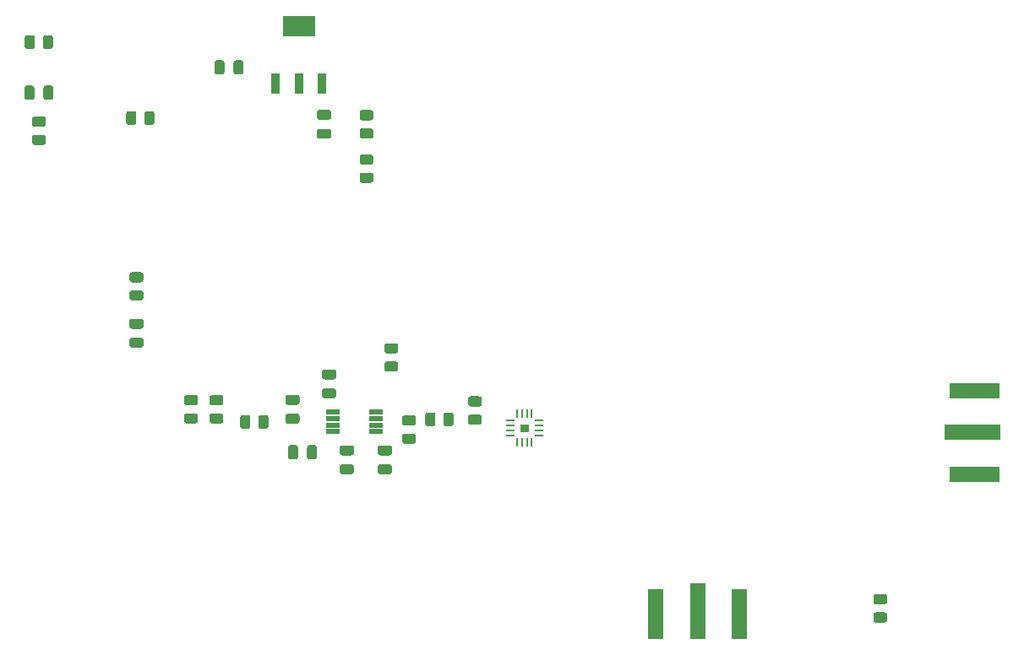
<source format=gbr>
%TF.GenerationSoftware,KiCad,Pcbnew,(5.1.8)-1*%
%TF.CreationDate,2021-03-17T23:27:18-07:00*%
%TF.ProjectId,coffee-vivaldi-tx,636f6666-6565-42d7-9669-76616c64692d,rev?*%
%TF.SameCoordinates,Original*%
%TF.FileFunction,Paste,Top*%
%TF.FilePolarity,Positive*%
%FSLAX46Y46*%
G04 Gerber Fmt 4.6, Leading zero omitted, Abs format (unit mm)*
G04 Created by KiCad (PCBNEW (5.1.8)-1) date 2021-03-17 23:27:18*
%MOMM*%
%LPD*%
G01*
G04 APERTURE LIST*
%ADD10C,0.010000*%
%ADD11R,1.420000X0.470000*%
%ADD12R,0.840000X0.270000*%
%ADD13R,0.270000X0.840000*%
%ADD14R,1.600000X2.500000*%
%ADD15R,1.500000X5.600000*%
%ADD16R,2.500000X1.600000*%
%ADD17R,5.600000X1.500000*%
%ADD18R,0.950000X2.150000*%
%ADD19R,3.250000X2.150000*%
G04 APERTURE END LIST*
D10*
%TO.C,U2*%
G36*
X163861000Y-106711000D02*
G01*
X164561000Y-106711000D01*
X164561000Y-107411000D01*
X163861000Y-107411000D01*
X163861000Y-106711000D01*
G37*
X163861000Y-106711000D02*
X164561000Y-106711000D01*
X164561000Y-107411000D01*
X163861000Y-107411000D01*
X163861000Y-106711000D01*
%TD*%
%TO.C,C1*%
G36*
G01*
X140495000Y-103706000D02*
X141445000Y-103706000D01*
G75*
G02*
X141695000Y-103956000I0J-250000D01*
G01*
X141695000Y-104456000D01*
G75*
G02*
X141445000Y-104706000I-250000J0D01*
G01*
X140495000Y-104706000D01*
G75*
G02*
X140245000Y-104456000I0J250000D01*
G01*
X140245000Y-103956000D01*
G75*
G02*
X140495000Y-103706000I250000J0D01*
G01*
G37*
G36*
G01*
X140495000Y-105606000D02*
X141445000Y-105606000D01*
G75*
G02*
X141695000Y-105856000I0J-250000D01*
G01*
X141695000Y-106356000D01*
G75*
G02*
X141445000Y-106606000I-250000J0D01*
G01*
X140495000Y-106606000D01*
G75*
G02*
X140245000Y-106356000I0J250000D01*
G01*
X140245000Y-105856000D01*
G75*
G02*
X140495000Y-105606000I250000J0D01*
G01*
G37*
%TD*%
%TO.C,C2*%
G36*
G01*
X136070000Y-70391000D02*
X136070000Y-71341000D01*
G75*
G02*
X135820000Y-71591000I-250000J0D01*
G01*
X135320000Y-71591000D01*
G75*
G02*
X135070000Y-71341000I0J250000D01*
G01*
X135070000Y-70391000D01*
G75*
G02*
X135320000Y-70141000I250000J0D01*
G01*
X135820000Y-70141000D01*
G75*
G02*
X136070000Y-70391000I0J-250000D01*
G01*
G37*
G36*
G01*
X134170000Y-70391000D02*
X134170000Y-71341000D01*
G75*
G02*
X133920000Y-71591000I-250000J0D01*
G01*
X133420000Y-71591000D01*
G75*
G02*
X133170000Y-71341000I0J250000D01*
G01*
X133170000Y-70391000D01*
G75*
G02*
X133420000Y-70141000I250000J0D01*
G01*
X133920000Y-70141000D01*
G75*
G02*
X134170000Y-70391000I0J-250000D01*
G01*
G37*
%TD*%
%TO.C,C3*%
G36*
G01*
X143670000Y-75131000D02*
X144620000Y-75131000D01*
G75*
G02*
X144870000Y-75381000I0J-250000D01*
G01*
X144870000Y-75881000D01*
G75*
G02*
X144620000Y-76131000I-250000J0D01*
G01*
X143670000Y-76131000D01*
G75*
G02*
X143420000Y-75881000I0J250000D01*
G01*
X143420000Y-75381000D01*
G75*
G02*
X143670000Y-75131000I250000J0D01*
G01*
G37*
G36*
G01*
X143670000Y-77031000D02*
X144620000Y-77031000D01*
G75*
G02*
X144870000Y-77281000I0J-250000D01*
G01*
X144870000Y-77781000D01*
G75*
G02*
X144620000Y-78031000I-250000J0D01*
G01*
X143670000Y-78031000D01*
G75*
G02*
X143420000Y-77781000I0J250000D01*
G01*
X143420000Y-77281000D01*
G75*
G02*
X143670000Y-77031000I250000J0D01*
G01*
G37*
%TD*%
%TO.C,C4*%
G36*
G01*
X142436000Y-109949000D02*
X142436000Y-108999000D01*
G75*
G02*
X142686000Y-108749000I250000J0D01*
G01*
X143186000Y-108749000D01*
G75*
G02*
X143436000Y-108999000I0J-250000D01*
G01*
X143436000Y-109949000D01*
G75*
G02*
X143186000Y-110199000I-250000J0D01*
G01*
X142686000Y-110199000D01*
G75*
G02*
X142436000Y-109949000I0J250000D01*
G01*
G37*
G36*
G01*
X140536000Y-109949000D02*
X140536000Y-108999000D01*
G75*
G02*
X140786000Y-108749000I250000J0D01*
G01*
X141286000Y-108749000D01*
G75*
G02*
X141536000Y-108999000I0J-250000D01*
G01*
X141536000Y-109949000D01*
G75*
G02*
X141286000Y-110199000I-250000J0D01*
G01*
X140786000Y-110199000D01*
G75*
G02*
X140536000Y-109949000I0J250000D01*
G01*
G37*
%TD*%
%TO.C,C6*%
G36*
G01*
X145128000Y-102166000D02*
X144178000Y-102166000D01*
G75*
G02*
X143928000Y-101916000I0J250000D01*
G01*
X143928000Y-101416000D01*
G75*
G02*
X144178000Y-101166000I250000J0D01*
G01*
X145128000Y-101166000D01*
G75*
G02*
X145378000Y-101416000I0J-250000D01*
G01*
X145378000Y-101916000D01*
G75*
G02*
X145128000Y-102166000I-250000J0D01*
G01*
G37*
G36*
G01*
X145128000Y-104066000D02*
X144178000Y-104066000D01*
G75*
G02*
X143928000Y-103816000I0J250000D01*
G01*
X143928000Y-103316000D01*
G75*
G02*
X144178000Y-103066000I250000J0D01*
G01*
X145128000Y-103066000D01*
G75*
G02*
X145378000Y-103316000I0J-250000D01*
G01*
X145378000Y-103816000D01*
G75*
G02*
X145128000Y-104066000I-250000J0D01*
G01*
G37*
%TD*%
%TO.C,C9*%
G36*
G01*
X124874000Y-96086000D02*
X125824000Y-96086000D01*
G75*
G02*
X126074000Y-96336000I0J-250000D01*
G01*
X126074000Y-96836000D01*
G75*
G02*
X125824000Y-97086000I-250000J0D01*
G01*
X124874000Y-97086000D01*
G75*
G02*
X124624000Y-96836000I0J250000D01*
G01*
X124624000Y-96336000D01*
G75*
G02*
X124874000Y-96086000I250000J0D01*
G01*
G37*
G36*
G01*
X124874000Y-97986000D02*
X125824000Y-97986000D01*
G75*
G02*
X126074000Y-98236000I0J-250000D01*
G01*
X126074000Y-98736000D01*
G75*
G02*
X125824000Y-98986000I-250000J0D01*
G01*
X124874000Y-98986000D01*
G75*
G02*
X124624000Y-98736000I0J250000D01*
G01*
X124624000Y-98236000D01*
G75*
G02*
X124874000Y-97986000I250000J0D01*
G01*
G37*
%TD*%
%TO.C,C10*%
G36*
G01*
X115120000Y-72931000D02*
X115120000Y-73881000D01*
G75*
G02*
X114870000Y-74131000I-250000J0D01*
G01*
X114370000Y-74131000D01*
G75*
G02*
X114120000Y-73881000I0J250000D01*
G01*
X114120000Y-72931000D01*
G75*
G02*
X114370000Y-72681000I250000J0D01*
G01*
X114870000Y-72681000D01*
G75*
G02*
X115120000Y-72931000I0J-250000D01*
G01*
G37*
G36*
G01*
X117020000Y-72931000D02*
X117020000Y-73881000D01*
G75*
G02*
X116770000Y-74131000I-250000J0D01*
G01*
X116270000Y-74131000D01*
G75*
G02*
X116020000Y-73881000I0J250000D01*
G01*
X116020000Y-72931000D01*
G75*
G02*
X116270000Y-72681000I250000J0D01*
G01*
X116770000Y-72681000D01*
G75*
G02*
X117020000Y-72931000I0J-250000D01*
G01*
G37*
%TD*%
%TO.C,C11*%
G36*
G01*
X150716000Y-111686000D02*
X149766000Y-111686000D01*
G75*
G02*
X149516000Y-111436000I0J250000D01*
G01*
X149516000Y-110936000D01*
G75*
G02*
X149766000Y-110686000I250000J0D01*
G01*
X150716000Y-110686000D01*
G75*
G02*
X150966000Y-110936000I0J-250000D01*
G01*
X150966000Y-111436000D01*
G75*
G02*
X150716000Y-111686000I-250000J0D01*
G01*
G37*
G36*
G01*
X150716000Y-109786000D02*
X149766000Y-109786000D01*
G75*
G02*
X149516000Y-109536000I0J250000D01*
G01*
X149516000Y-109036000D01*
G75*
G02*
X149766000Y-108786000I250000J0D01*
G01*
X150716000Y-108786000D01*
G75*
G02*
X150966000Y-109036000I0J-250000D01*
G01*
X150966000Y-109536000D01*
G75*
G02*
X150716000Y-109786000I-250000J0D01*
G01*
G37*
%TD*%
%TO.C,C12*%
G36*
G01*
X146906000Y-109786000D02*
X145956000Y-109786000D01*
G75*
G02*
X145706000Y-109536000I0J250000D01*
G01*
X145706000Y-109036000D01*
G75*
G02*
X145956000Y-108786000I250000J0D01*
G01*
X146906000Y-108786000D01*
G75*
G02*
X147156000Y-109036000I0J-250000D01*
G01*
X147156000Y-109536000D01*
G75*
G02*
X146906000Y-109786000I-250000J0D01*
G01*
G37*
G36*
G01*
X146906000Y-111686000D02*
X145956000Y-111686000D01*
G75*
G02*
X145706000Y-111436000I0J250000D01*
G01*
X145706000Y-110936000D01*
G75*
G02*
X145956000Y-110686000I250000J0D01*
G01*
X146906000Y-110686000D01*
G75*
G02*
X147156000Y-110936000I0J-250000D01*
G01*
X147156000Y-111436000D01*
G75*
G02*
X146906000Y-111686000I-250000J0D01*
G01*
G37*
%TD*%
%TO.C,R1*%
G36*
G01*
X114145000Y-68776002D02*
X114145000Y-67875998D01*
G75*
G02*
X114394998Y-67626000I249998J0D01*
G01*
X114920002Y-67626000D01*
G75*
G02*
X115170000Y-67875998I0J-249998D01*
G01*
X115170000Y-68776002D01*
G75*
G02*
X114920002Y-69026000I-249998J0D01*
G01*
X114394998Y-69026000D01*
G75*
G02*
X114145000Y-68776002I0J249998D01*
G01*
G37*
G36*
G01*
X115970000Y-68776002D02*
X115970000Y-67875998D01*
G75*
G02*
X116219998Y-67626000I249998J0D01*
G01*
X116745002Y-67626000D01*
G75*
G02*
X116995000Y-67875998I0J-249998D01*
G01*
X116995000Y-68776002D01*
G75*
G02*
X116745002Y-69026000I-249998J0D01*
G01*
X116219998Y-69026000D01*
G75*
G02*
X115970000Y-68776002I0J249998D01*
G01*
G37*
%TD*%
%TO.C,R3*%
G36*
G01*
X135735000Y-106876002D02*
X135735000Y-105975998D01*
G75*
G02*
X135984998Y-105726000I249998J0D01*
G01*
X136510002Y-105726000D01*
G75*
G02*
X136760000Y-105975998I0J-249998D01*
G01*
X136760000Y-106876002D01*
G75*
G02*
X136510002Y-107126000I-249998J0D01*
G01*
X135984998Y-107126000D01*
G75*
G02*
X135735000Y-106876002I0J249998D01*
G01*
G37*
G36*
G01*
X137560000Y-106876002D02*
X137560000Y-105975998D01*
G75*
G02*
X137809998Y-105726000I249998J0D01*
G01*
X138335002Y-105726000D01*
G75*
G02*
X138585000Y-105975998I0J-249998D01*
G01*
X138585000Y-106876002D01*
G75*
G02*
X138335002Y-107126000I-249998J0D01*
G01*
X137809998Y-107126000D01*
G75*
G02*
X137560000Y-106876002I0J249998D01*
G01*
G37*
%TD*%
%TO.C,R4*%
G36*
G01*
X150436915Y-100354458D02*
X151336919Y-100354458D01*
G75*
G02*
X151586917Y-100604456I0J-249998D01*
G01*
X151586917Y-101129460D01*
G75*
G02*
X151336919Y-101379458I-249998J0D01*
G01*
X150436915Y-101379458D01*
G75*
G02*
X150186917Y-101129460I0J249998D01*
G01*
X150186917Y-100604456D01*
G75*
G02*
X150436915Y-100354458I249998J0D01*
G01*
G37*
G36*
G01*
X150436915Y-98529458D02*
X151336919Y-98529458D01*
G75*
G02*
X151586917Y-98779456I0J-249998D01*
G01*
X151586917Y-99304460D01*
G75*
G02*
X151336919Y-99554458I-249998J0D01*
G01*
X150436915Y-99554458D01*
G75*
G02*
X150186917Y-99304460I0J249998D01*
G01*
X150186917Y-98779456D01*
G75*
G02*
X150436915Y-98529458I249998J0D01*
G01*
G37*
%TD*%
%TO.C,R5*%
G36*
G01*
X148847526Y-78006000D02*
X147947522Y-78006000D01*
G75*
G02*
X147697524Y-77756002I0J249998D01*
G01*
X147697524Y-77230998D01*
G75*
G02*
X147947522Y-76981000I249998J0D01*
G01*
X148847526Y-76981000D01*
G75*
G02*
X149097524Y-77230998I0J-249998D01*
G01*
X149097524Y-77756002D01*
G75*
G02*
X148847526Y-78006000I-249998J0D01*
G01*
G37*
G36*
G01*
X148847526Y-76181000D02*
X147947522Y-76181000D01*
G75*
G02*
X147697524Y-75931002I0J249998D01*
G01*
X147697524Y-75405998D01*
G75*
G02*
X147947522Y-75156000I249998J0D01*
G01*
X148847526Y-75156000D01*
G75*
G02*
X149097524Y-75405998I0J-249998D01*
G01*
X149097524Y-75931002D01*
G75*
G02*
X148847526Y-76181000I-249998J0D01*
G01*
G37*
%TD*%
%TO.C,R6*%
G36*
G01*
X148847526Y-82451000D02*
X147947522Y-82451000D01*
G75*
G02*
X147697524Y-82201002I0J249998D01*
G01*
X147697524Y-81675998D01*
G75*
G02*
X147947522Y-81426000I249998J0D01*
G01*
X148847526Y-81426000D01*
G75*
G02*
X149097524Y-81675998I0J-249998D01*
G01*
X149097524Y-82201002D01*
G75*
G02*
X148847526Y-82451000I-249998J0D01*
G01*
G37*
G36*
G01*
X148847526Y-80626000D02*
X147947522Y-80626000D01*
G75*
G02*
X147697524Y-80376002I0J249998D01*
G01*
X147697524Y-79850998D01*
G75*
G02*
X147947522Y-79601000I249998J0D01*
G01*
X148847526Y-79601000D01*
G75*
G02*
X149097524Y-79850998I0J-249998D01*
G01*
X149097524Y-80376002D01*
G75*
G02*
X148847526Y-80626000I-249998J0D01*
G01*
G37*
%TD*%
%TO.C,R7*%
G36*
G01*
X116020002Y-76816000D02*
X115119998Y-76816000D01*
G75*
G02*
X114870000Y-76566002I0J249998D01*
G01*
X114870000Y-76040998D01*
G75*
G02*
X115119998Y-75791000I249998J0D01*
G01*
X116020002Y-75791000D01*
G75*
G02*
X116270000Y-76040998I0J-249998D01*
G01*
X116270000Y-76566002D01*
G75*
G02*
X116020002Y-76816000I-249998J0D01*
G01*
G37*
G36*
G01*
X116020002Y-78641000D02*
X115119998Y-78641000D01*
G75*
G02*
X114870000Y-78391002I0J249998D01*
G01*
X114870000Y-77865998D01*
G75*
G02*
X115119998Y-77616000I249998J0D01*
G01*
X116020002Y-77616000D01*
G75*
G02*
X116270000Y-77865998I0J-249998D01*
G01*
X116270000Y-78391002D01*
G75*
G02*
X116020002Y-78641000I-249998J0D01*
G01*
G37*
%TD*%
%TO.C,R9*%
G36*
G01*
X127155000Y-75495998D02*
X127155000Y-76396002D01*
G75*
G02*
X126905002Y-76646000I-249998J0D01*
G01*
X126379998Y-76646000D01*
G75*
G02*
X126130000Y-76396002I0J249998D01*
G01*
X126130000Y-75495998D01*
G75*
G02*
X126379998Y-75246000I249998J0D01*
G01*
X126905002Y-75246000D01*
G75*
G02*
X127155000Y-75495998I0J-249998D01*
G01*
G37*
G36*
G01*
X125330000Y-75495998D02*
X125330000Y-76396002D01*
G75*
G02*
X125080002Y-76646000I-249998J0D01*
G01*
X124554998Y-76646000D01*
G75*
G02*
X124305000Y-76396002I0J249998D01*
G01*
X124305000Y-75495998D01*
G75*
G02*
X124554998Y-75246000I249998J0D01*
G01*
X125080002Y-75246000D01*
G75*
G02*
X125330000Y-75495998I0J-249998D01*
G01*
G37*
%TD*%
%TO.C,R10*%
G36*
G01*
X131260002Y-104756000D02*
X130359998Y-104756000D01*
G75*
G02*
X130110000Y-104506002I0J249998D01*
G01*
X130110000Y-103980998D01*
G75*
G02*
X130359998Y-103731000I249998J0D01*
G01*
X131260002Y-103731000D01*
G75*
G02*
X131510000Y-103980998I0J-249998D01*
G01*
X131510000Y-104506002D01*
G75*
G02*
X131260002Y-104756000I-249998J0D01*
G01*
G37*
G36*
G01*
X131260002Y-106581000D02*
X130359998Y-106581000D01*
G75*
G02*
X130110000Y-106331002I0J249998D01*
G01*
X130110000Y-105805998D01*
G75*
G02*
X130359998Y-105556000I249998J0D01*
G01*
X131260002Y-105556000D01*
G75*
G02*
X131510000Y-105805998I0J-249998D01*
G01*
X131510000Y-106331002D01*
G75*
G02*
X131260002Y-106581000I-249998J0D01*
G01*
G37*
%TD*%
%TO.C,R11*%
G36*
G01*
X132899998Y-103731000D02*
X133800002Y-103731000D01*
G75*
G02*
X134050000Y-103980998I0J-249998D01*
G01*
X134050000Y-104506002D01*
G75*
G02*
X133800002Y-104756000I-249998J0D01*
G01*
X132899998Y-104756000D01*
G75*
G02*
X132650000Y-104506002I0J249998D01*
G01*
X132650000Y-103980998D01*
G75*
G02*
X132899998Y-103731000I249998J0D01*
G01*
G37*
G36*
G01*
X132899998Y-105556000D02*
X133800002Y-105556000D01*
G75*
G02*
X134050000Y-105805998I0J-249998D01*
G01*
X134050000Y-106331002D01*
G75*
G02*
X133800002Y-106581000I-249998J0D01*
G01*
X132899998Y-106581000D01*
G75*
G02*
X132650000Y-106331002I0J249998D01*
G01*
X132650000Y-105805998D01*
G75*
G02*
X132899998Y-105556000I249998J0D01*
G01*
G37*
%TD*%
%TO.C,R12*%
G36*
G01*
X152203998Y-105763000D02*
X153104002Y-105763000D01*
G75*
G02*
X153354000Y-106012998I0J-249998D01*
G01*
X153354000Y-106538002D01*
G75*
G02*
X153104002Y-106788000I-249998J0D01*
G01*
X152203998Y-106788000D01*
G75*
G02*
X151954000Y-106538002I0J249998D01*
G01*
X151954000Y-106012998D01*
G75*
G02*
X152203998Y-105763000I249998J0D01*
G01*
G37*
G36*
G01*
X152203998Y-107588000D02*
X153104002Y-107588000D01*
G75*
G02*
X153354000Y-107837998I0J-249998D01*
G01*
X153354000Y-108363002D01*
G75*
G02*
X153104002Y-108613000I-249998J0D01*
G01*
X152203998Y-108613000D01*
G75*
G02*
X151954000Y-108363002I0J249998D01*
G01*
X151954000Y-107837998D01*
G75*
G02*
X152203998Y-107588000I249998J0D01*
G01*
G37*
%TD*%
%TO.C,R13*%
G36*
G01*
X155302000Y-105721998D02*
X155302000Y-106622002D01*
G75*
G02*
X155052002Y-106872000I-249998J0D01*
G01*
X154526998Y-106872000D01*
G75*
G02*
X154277000Y-106622002I0J249998D01*
G01*
X154277000Y-105721998D01*
G75*
G02*
X154526998Y-105472000I249998J0D01*
G01*
X155052002Y-105472000D01*
G75*
G02*
X155302000Y-105721998I0J-249998D01*
G01*
G37*
G36*
G01*
X157127000Y-105721998D02*
X157127000Y-106622002D01*
G75*
G02*
X156877002Y-106872000I-249998J0D01*
G01*
X156351998Y-106872000D01*
G75*
G02*
X156102000Y-106622002I0J249998D01*
G01*
X156102000Y-105721998D01*
G75*
G02*
X156351998Y-105472000I249998J0D01*
G01*
X156877002Y-105472000D01*
G75*
G02*
X157127000Y-105721998I0J-249998D01*
G01*
G37*
%TD*%
%TO.C,R14*%
G36*
G01*
X125799002Y-92437000D02*
X124898998Y-92437000D01*
G75*
G02*
X124649000Y-92187002I0J249998D01*
G01*
X124649000Y-91661998D01*
G75*
G02*
X124898998Y-91412000I249998J0D01*
G01*
X125799002Y-91412000D01*
G75*
G02*
X126049000Y-91661998I0J-249998D01*
G01*
X126049000Y-92187002D01*
G75*
G02*
X125799002Y-92437000I-249998J0D01*
G01*
G37*
G36*
G01*
X125799002Y-94262000D02*
X124898998Y-94262000D01*
G75*
G02*
X124649000Y-94012002I0J249998D01*
G01*
X124649000Y-93486998D01*
G75*
G02*
X124898998Y-93237000I249998J0D01*
G01*
X125799002Y-93237000D01*
G75*
G02*
X126049000Y-93486998I0J-249998D01*
G01*
X126049000Y-94012002D01*
G75*
G02*
X125799002Y-94262000I-249998J0D01*
G01*
G37*
%TD*%
%TO.C,R15*%
G36*
G01*
X159708002Y-104883000D02*
X158807998Y-104883000D01*
G75*
G02*
X158558000Y-104633002I0J249998D01*
G01*
X158558000Y-104107998D01*
G75*
G02*
X158807998Y-103858000I249998J0D01*
G01*
X159708002Y-103858000D01*
G75*
G02*
X159958000Y-104107998I0J-249998D01*
G01*
X159958000Y-104633002D01*
G75*
G02*
X159708002Y-104883000I-249998J0D01*
G01*
G37*
G36*
G01*
X159708002Y-106708000D02*
X158807998Y-106708000D01*
G75*
G02*
X158558000Y-106458002I0J249998D01*
G01*
X158558000Y-105932998D01*
G75*
G02*
X158807998Y-105683000I249998J0D01*
G01*
X159708002Y-105683000D01*
G75*
G02*
X159958000Y-105932998I0J-249998D01*
G01*
X159958000Y-106458002D01*
G75*
G02*
X159708002Y-106708000I-249998J0D01*
G01*
G37*
%TD*%
D11*
%TO.C,U1*%
X149358000Y-105451000D03*
X149358000Y-106101000D03*
X149358000Y-106751000D03*
X149358000Y-107401000D03*
X145028000Y-107401000D03*
X145028000Y-106751000D03*
X145028000Y-106101000D03*
X145028000Y-105451000D03*
%TD*%
D12*
%TO.C,U2*%
X165646000Y-106311000D03*
X165646000Y-106811000D03*
X165646000Y-107311000D03*
X165646000Y-107811000D03*
X162776000Y-107811000D03*
X162776000Y-107311000D03*
X162776000Y-106811000D03*
X162776000Y-106311000D03*
D13*
X163461000Y-105626000D03*
X163961000Y-105626000D03*
X164461000Y-105626000D03*
X164961000Y-105626000D03*
X164961000Y-108496000D03*
X164461000Y-108496000D03*
X163961000Y-108496000D03*
X163461000Y-108496000D03*
%TD*%
D14*
%TO.C,U3*%
X185783864Y-124443194D03*
X185783864Y-126943194D03*
X177383864Y-124443194D03*
D15*
X181583864Y-125443194D03*
D14*
X177383864Y-126943194D03*
%TD*%
D16*
%TO.C,U4*%
X210599118Y-111681376D03*
D17*
X209099118Y-107481376D03*
D16*
X208099118Y-111681376D03*
X210599118Y-103281376D03*
X208099118Y-103281376D03*
%TD*%
D18*
%TO.C,VR1*%
X139305000Y-72496000D03*
X141605000Y-72496000D03*
X143905000Y-72496000D03*
D19*
X141605000Y-66696000D03*
%TD*%
%TO.C,R16*%
G36*
G01*
X199438014Y-123705151D02*
X200338018Y-123705151D01*
G75*
G02*
X200588016Y-123955149I0J-249998D01*
G01*
X200588016Y-124480153D01*
G75*
G02*
X200338018Y-124730151I-249998J0D01*
G01*
X199438014Y-124730151D01*
G75*
G02*
X199188016Y-124480153I0J249998D01*
G01*
X199188016Y-123955149D01*
G75*
G02*
X199438014Y-123705151I249998J0D01*
G01*
G37*
G36*
G01*
X199438014Y-125530151D02*
X200338018Y-125530151D01*
G75*
G02*
X200588016Y-125780149I0J-249998D01*
G01*
X200588016Y-126305153D01*
G75*
G02*
X200338018Y-126555151I-249998J0D01*
G01*
X199438014Y-126555151D01*
G75*
G02*
X199188016Y-126305153I0J249998D01*
G01*
X199188016Y-125780149D01*
G75*
G02*
X199438014Y-125530151I249998J0D01*
G01*
G37*
%TD*%
M02*

</source>
